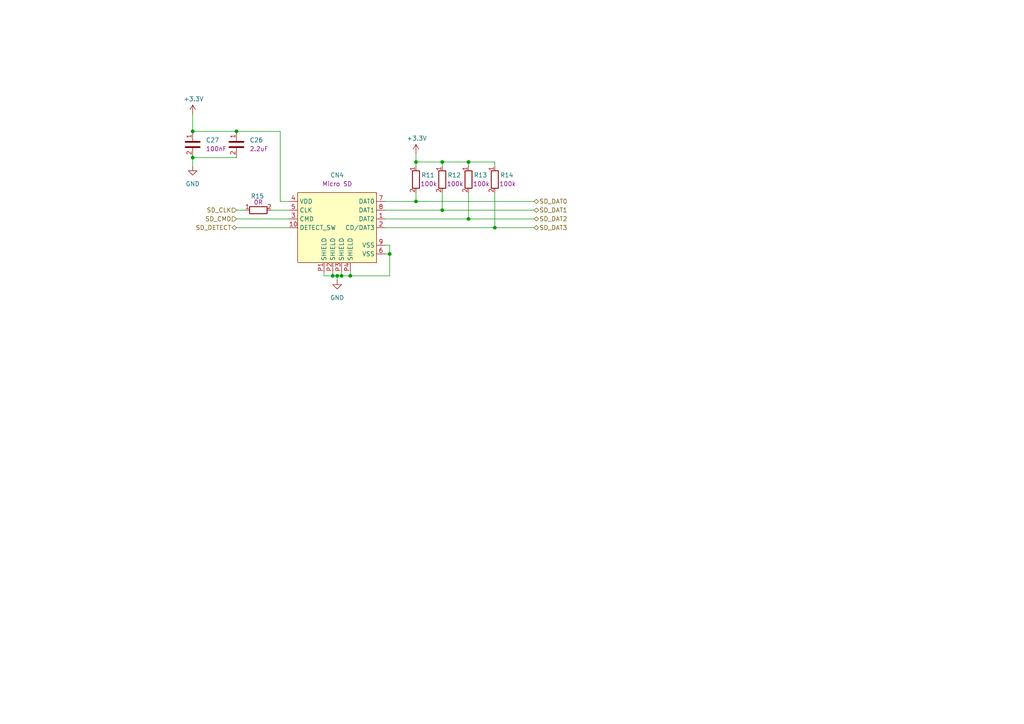
<source format=kicad_sch>
(kicad_sch (version 20231120) (generator "eeschema") (generator_version "8.0")
  (paper "A4")
  (lib_symbols
    (symbol "001-Resistors:R_0R_1%_1/16W_0402"
      (property "Reference" "R" (at 2.032 1.27 0))
      (property "Value Disp" "0R" (at 2.794 -0.762 0))
      (symbol "R_0R_1%_1/16W_0402_0_1"
        (rectangle (start -1.016 2.54) (end 1.016 -2.54) (stroke (width 0.254)))
      )
      (symbol "R_0R_1%_1/16W_0402_1_1"
        (pin passive line (at 0 3.81 270) (length 1.27) (name "~") (number "1"))
        (pin passive line (at 0 -3.81 90) (length 1.27) (name "~") (number "2"))
      )
    )
    (symbol "001-Resistors:R_100k_1%_1/16W_0402"
      (property "Reference" "R" (at 2.032 1.27 0))
      (property "Value Disp" "100k" (at 3.556 -1.016 0))
      (symbol "R_100k_1%_1/16W_0402_0_1"
        (rectangle (start -1.016 2.54) (end 1.016 -2.54) (stroke (width 0.254)))
      )
      (symbol "R_100k_1%_1/16W_0402_1_1"
        (pin passive line (at 0 3.81 270) (length 1.27) (name "~") (number "1"))
        (pin passive line (at 0 -3.81 90) (length 1.27) (name "~") (number "2"))
      )
    )
    (symbol "002-Capacitors:C_100nF_50V_10%_X7R_0402"
      (property "Reference" "C" (at 5.588 1.27 0))
      (property "Value Disp" "100nF" (at 5.842 -0.508 0))
      (symbol "C_100nF_50V_10%_X7R_0402_0_1"
        (polyline (pts (xy -2.032 -0.762) (xy 2.032 -0.762)) (stroke (width 0.508)))
        (polyline (pts (xy -2.032 0.762) (xy 2.032 0.762)) (stroke (width 0.508)))
      )
      (symbol "C_100nF_50V_10%_X7R_0402_1_1"
        (pin passive line (at 0 3.81 270) (length 2.794) (name "~") (number "1"))
        (pin passive line (at 0 -3.81 90) (length 2.794) (name "~") (number "2"))
      )
    )
    (symbol "002-Capacitors:C_2.2uF_25V_25%_X5R_0402"
      (property "Reference" "C" (at 5.588 1.27 0))
      (property "Value Disp" "2.2uF" (at 5.842 -0.508 0))
      (symbol "C_2.2uF_25V_25%_X5R_0402_0_1"
        (polyline (pts (xy -2.032 -0.762) (xy 2.032 -0.762)) (stroke (width 0.508)))
        (polyline (pts (xy -2.032 0.762) (xy 2.032 0.762)) (stroke (width 0.508)))
      )
      (symbol "C_2.2uF_25V_25%_X5R_0402_1_1"
        (pin passive line (at 0 3.81 270) (length 2.794) (name "~") (number "1"))
        (pin passive line (at 0 -3.81 90) (length 2.794) (name "~") (number "2"))
      )
    )
    (symbol "009-Connectors:Micro_SD_5033981892"
      (property "Reference" "CN" (at 0.254 13.462 0))
      (property "Value Disp" "Micro SD" (at 0 11.684 0))
      (symbol "Micro_SD_5033981892_1_1"
        (rectangle (start -11.43 10.16) (end 11.43 -10.16) (fill (type background)))
        (pin passive line (at 13.97 2.54 180) (length 2.54) (name "DAT2") (number "1"))
        (pin passive line (at -13.97 0 0) (length 2.54) (name "DETECT_SW") (number "10"))
        (pin passive line (at 13.97 0 180) (length 2.54) (name "CD/DAT3") (number "2"))
        (pin passive line (at -13.97 2.54 0) (length 2.54) (name "CMD") (number "3"))
        (pin power_in line (at -13.97 7.62 0) (length 2.54) (name "VDD") (number "4"))
        (pin passive line (at -13.97 5.08 0) (length 2.54) (name "CLK") (number "5"))
        (pin power_in line (at 13.97 -7.62 180) (length 2.54) (name "VSS") (number "6"))
        (pin passive line (at 13.97 7.62 180) (length 2.54) (name "DAT0") (number "7"))
        (pin passive line (at 13.97 5.08 180) (length 2.54) (name "DAT1") (number "8"))
        (pin power_in line (at 13.97 -5.08 180) (length 2.54) (name "VSS") (number "9"))
        (pin passive line (at -3.81 -12.7 90) (length 2.54) (name "SHIELD") (number "P1"))
        (pin passive line (at -1.27 -12.7 90) (length 2.54) (name "SHIELD") (number "P2"))
        (pin passive line (at 1.27 -12.7 90) (length 2.54) (name "SHIELD") (number "P3"))
        (pin passive line (at 3.81 -12.7 90) (length 2.54) (name "SHIELD") (number "P4"))
      )
    )
    (symbol "power:+3.3V" (power) (pin_numbers hide) (pin_names (offset 0) hide)
      (property "Value" "+3.3V" (at 0 3.556 0))
      (symbol "+3.3V_0_1"
        (polyline (pts (xy -0.762 1.27) (xy 0 2.54)))
        (polyline (pts (xy 0 0) (xy 0 2.54)))
        (polyline (pts (xy 0 2.54) (xy 0.762 1.27)))
      )
      (symbol "+3.3V_1_1"
        (pin power_in line (at 0 0 90) (length 0) (name "~") (number "1"))
      )
    )
    (symbol "power:GND" (power) (pin_numbers hide) (pin_names (offset 0) hide)
      (property "Value" "GND" (at 0 -3.81 0))
      (symbol "GND_0_1"
        (polyline (pts (xy 0 0) (xy 0 -1.27) (xy 1.27 -1.27) (xy 0 -2.54) (xy -1.27 -1.27) (xy 0 -1.27)))
      )
      (symbol "GND_1_1"
        (pin power_in line (at 0 0 270) (length 0) (name "~") (number "1"))
      )
    )
  )
  (junction (at 68.58 38.1))
  (junction (at 101.6 80.01))
  (junction (at 128.27 60.96))
  (junction (at 113.03 73.66))
  (junction (at 120.65 58.42))
  (junction (at 120.65 46.99))
  (junction (at 135.89 46.99))
  (junction (at 143.51 66.04))
  (junction (at 55.88 38.1))
  (junction (at 128.27 46.99))
  (junction (at 97.79 80.01))
  (junction (at 99.06 80.01))
  (junction (at 96.52 80.01))
  (junction (at 135.89 63.5))
  (junction (at 55.88 45.72))
  (wire (pts (xy 113.03 80.01) (xy 101.6 80.01)))
  (wire (pts (xy 135.89 46.99) (xy 135.89 48.26)))
  (wire (pts (xy 68.58 63.5) (xy 83.82 63.5)))
  (wire (pts (xy 128.27 55.88) (xy 128.27 60.96)))
  (wire (pts (xy 154.94 66.04) (xy 143.51 66.04)))
  (wire (pts (xy 135.89 55.88) (xy 135.89 63.5)))
  (wire (pts (xy 120.65 58.42) (xy 111.76 58.42)))
  (wire (pts (xy 99.06 78.74) (xy 99.06 80.01)))
  (wire (pts (xy 154.94 63.5) (xy 135.89 63.5)))
  (wire (pts (xy 120.65 46.99) (xy 120.65 48.26)))
  (wire (pts (xy 101.6 78.74) (xy 101.6 80.01)))
  (wire (pts (xy 96.52 78.74) (xy 96.52 80.01)))
  (wire (pts (xy 99.06 80.01) (xy 97.79 80.01)))
  (wire (pts (xy 55.88 45.72) (xy 68.58 45.72)))
  (wire (pts (xy 135.89 46.99) (xy 143.51 46.99)))
  (wire (pts (xy 55.88 38.1) (xy 68.58 38.1)))
  (wire (pts (xy 143.51 46.99) (xy 143.51 48.26)))
  (wire (pts (xy 120.65 44.45) (xy 120.65 46.99)))
  (wire (pts (xy 154.94 58.42) (xy 120.65 58.42)))
  (wire (pts (xy 120.65 55.88) (xy 120.65 58.42)))
  (wire (pts (xy 97.79 80.01) (xy 97.79 81.28)))
  (wire (pts (xy 55.88 33.02) (xy 55.88 38.1)))
  (wire (pts (xy 93.98 80.01) (xy 96.52 80.01)))
  (wire (pts (xy 143.51 55.88) (xy 143.51 66.04)))
  (wire (pts (xy 128.27 60.96) (xy 111.76 60.96)))
  (wire (pts (xy 101.6 80.01) (xy 99.06 80.01)))
  (wire (pts (xy 113.03 73.66) (xy 113.03 80.01)))
  (wire (pts (xy 78.74 60.96) (xy 83.82 60.96)))
  (wire (pts (xy 81.28 58.42) (xy 83.82 58.42)))
  (wire (pts (xy 143.51 66.04) (xy 111.76 66.04)))
  (wire (pts (xy 113.03 71.12) (xy 113.03 73.66)))
  (wire (pts (xy 120.65 46.99) (xy 128.27 46.99)))
  (wire (pts (xy 81.28 38.1) (xy 68.58 38.1)))
  (wire (pts (xy 154.94 60.96) (xy 128.27 60.96)))
  (wire (pts (xy 68.58 66.04) (xy 83.82 66.04)))
  (wire (pts (xy 135.89 63.5) (xy 111.76 63.5)))
  (wire (pts (xy 81.28 38.1) (xy 81.28 58.42)))
  (wire (pts (xy 68.58 60.96) (xy 71.12 60.96)))
  (wire (pts (xy 111.76 71.12) (xy 113.03 71.12)))
  (wire (pts (xy 128.27 46.99) (xy 135.89 46.99)))
  (wire (pts (xy 93.98 78.74) (xy 93.98 80.01)))
  (wire (pts (xy 96.52 80.01) (xy 97.79 80.01)))
  (wire (pts (xy 128.27 46.99) (xy 128.27 48.26)))
  (wire (pts (xy 111.76 73.66) (xy 113.03 73.66)))
  (wire (pts (xy 55.88 45.72) (xy 55.88 48.26)))
  (hierarchical_label "SD_DETECT" (shape bidirectional) (at 68.58 66.04 180))
  (hierarchical_label "SD_DAT0" (shape bidirectional) (at 154.94 58.42 0))
  (hierarchical_label "SD_CLK" (shape input) (at 68.58 60.96 180))
  (hierarchical_label "SD_DAT3" (shape bidirectional) (at 154.94 66.04 0))
  (hierarchical_label "SD_DAT1" (shape bidirectional) (at 154.94 60.96 0))
  (hierarchical_label "SD_DAT2" (shape bidirectional) (at 154.94 63.5 0))
  (hierarchical_label "SD_CMD" (shape input) (at 68.58 63.5 180))
  (symbol (lib_id "009-Connectors:Micro_SD_5033981892") (at 97.79 66.04 0) (unit 1)
    (property "Reference" "CN4" (at 97.79 50.8 0))
    (property "Value" "5033981892" (effects (hide yes)))
    (property "Footprint" "009-Connectors:Micro_SD_5033981892" (effects (hide yes)))
    (property "Datasheet" "https://www.molex.com/en-us/products/part-detail/5033981892?display=pdf" (effects (hide yes)))
    (property "Description" "Micro SD card slot" (effects (hide yes)))
    (property "Web link" "https://www.digikey.ch/en/products/detail/molex/5033981892/4555393?s=N4IgTCBcDaIOoFkCMKCcAGAwgFQLQDkAREAXQF8g" (effects (hide yes)))
    (property "Manufacturer" "Molex" (effects (hide yes)))
    (property "Manufacturer P/N" "5033981892" (effects (hide yes)))
    (property "Digikey P/N" "WM11190CT-ND" (effects (hide yes)))
    (property "Price" "2.55" (effects (hide yes)))
    (property "Height" "1.28" (effects (hide yes)))
    (property "Temperature" "-25 to 85" (effects (hide yes)))
    (property "Value Disp" "Micro SD" (at 97.79 53.34 0))
  )
  (symbol (lib_id "power:GND") (at 55.88 48.26 0) (unit 1)
    (property "Reference" "#PWR062" (effects (hide yes)))
    (property "Value" "GND" (at 55.88 53.34 0))
    (property "Description" "Power symbol creates a global label with name \"GND\" , ground" (effects (hide yes)))
  )
  (symbol (lib_id "002-Capacitors:C_100nF_50V_10%_X7R_0402") (at 55.88 41.91 0) (unit 1)
    (property "Reference" "C27" (at 59.69 40.6399 0) (effects (justify left)))
    (property "Value" "C_100nF_50V_10%_X7R_0402_H0.55" (effects (hide yes)))
    (property "Footprint" "002-Capacitors:C_0402_H0.55" (effects (hide yes)))
    (property "Datasheet" "https://search.murata.co.jp/Ceramy/image/img/A01X/G101/ENG/GRM155R71H104KE14-01.pdf" (effects (hide yes)))
    (property "Description" "Ceramic capacitor" (effects (hide yes)))
    (property "Web link" "https://www.digikey.ch/en/products/detail/murata-electronics/GRM155R71H104KE14J/5973352" (effects (hide yes)))
    (property "Manufacturer" "Murata Electronics" (effects (hide yes)))
    (property "Manufacturer P/N" "GRM155R71H104KE14J" (effects (hide yes)))
    (property "Digikey P/N" "490-13342-1-ND" (effects (hide yes)))
    (property "Price" "0.09" (effects (hide yes)))
    (property "Height" "0.55" (effects (hide yes)))
    (property "Temperature" "-55 to 125" (effects (hide yes)))
    (property "Value Disp" "100nF" (at 59.69 43.1799 0) (effects (justify left)))
  )
  (symbol (lib_id "002-Capacitors:C_2.2uF_25V_25%_X5R_0402") (at 68.58 41.91 0) (unit 1)
    (property "Reference" "C26" (at 72.39 40.6399 0) (effects (justify left)))
    (property "Value" "C_2.2uF_25V_25%_X5R_0402_H0.55" (effects (hide yes)))
    (property "Footprint" "002-Capacitors:C_0402_H0.55" (effects (hide yes)))
    (property "Datasheet" "https://search.murata.co.jp/Ceramy/image/img/A01X/G101/ENG/GRM155R61E225ME15-01.pdf" (effects (hide yes)))
    (property "Description" "Ceramic capacitor" (effects (hide yes)))
    (property "Web link" "https://www.digikey.ch/en/products/detail/murata-electronics/GRM155R61E225ME15D/5027542" (effects (hide yes)))
    (property "Manufacturer" "Murata Electronics" (effects (hide yes)))
    (property "Manufacturer P/N" "GRM155R61E225ME15D" (effects (hide yes)))
    (property "Digikey P/N" "490-10457-1-ND" (effects (hide yes)))
    (property "Price" "0.17" (effects (hide yes)))
    (property "Height" "0.55" (effects (hide yes)))
    (property "Temperature" "-55 to 85" (effects (hide yes)))
    (property "Value Disp" "2.2uF" (at 72.39 43.1799 0) (effects (justify left)))
  )
  (symbol (lib_id "power:+3.3V") (at 120.65 44.45 0) (unit 1)
    (property "Reference" "#PWR063" (effects (hide yes)))
    (property "Value" "+3.3V" (at 120.904 40.132 0))
    (property "Description" "Power symbol creates a global label with name \"+3.3V\"" (effects (hide yes)))
  )
  (symbol (lib_id "001-Resistors:R_100k_1%_1/16W_0402") (at 128.27 52.07 0) (unit 1)
    (property "Reference" "R12" (at 129.794 50.8 0) (effects (justify left)))
    (property "Value" "R_100k_1%_1/16W_0402" (effects (hide yes)))
    (property "Footprint" "001-Resistors:R_0402_H0.4" (effects (hide yes)))
    (property "Datasheet" "https://www.yageo.com/upload/media/product/products/datasheet/rchip/PYu-RC_Group_51_RoHS_L_12.pdf" (effects (hide yes)))
    (property "Description" "Resistor" (effects (hide yes)))
    (property "Web link" "https://www.digikey.ch/en/products/detail/yageo/RC0402FR-07100KL/726526" (effects (hide yes)))
    (property "Manufacturer" "YAGEO" (effects (hide yes)))
    (property "Manufacturer P/N" "RC0402FR-07100KL" (effects (hide yes)))
    (property "Digikey P/N" "311-100KLRCT-ND" (effects (hide yes)))
    (property "Price" "0.08" (effects (hide yes)))
    (property "Height" "0.4" (effects (hide yes)))
    (property "Temperature" "-55 to 155" (effects (hide yes)))
    (property "Value Disp" "100k" (at 129.54 53.34 0) (effects (justify left)))
  )
  (symbol (lib_id "power:+3.3V") (at 55.88 33.02 0) (unit 1)
    (property "Reference" "#PWR061" (effects (hide yes)))
    (property "Value" "+3.3V" (at 56.134 28.702 0))
    (property "Description" "Power symbol creates a global label with name \"+3.3V\"" (effects (hide yes)))
  )
  (symbol (lib_id "001-Resistors:R_100k_1%_1/16W_0402") (at 120.65 52.07 0) (unit 1)
    (property "Reference" "R11" (at 122.174 50.8 0) (effects (justify left)))
    (property "Value" "R_100k_1%_1/16W_0402" (effects (hide yes)))
    (property "Footprint" "001-Resistors:R_0402_H0.4" (effects (hide yes)))
    (property "Datasheet" "https://www.yageo.com/upload/media/product/products/datasheet/rchip/PYu-RC_Group_51_RoHS_L_12.pdf" (effects (hide yes)))
    (property "Description" "Resistor" (effects (hide yes)))
    (property "Web link" "https://www.digikey.ch/en/products/detail/yageo/RC0402FR-07100KL/726526" (effects (hide yes)))
    (property "Manufacturer" "YAGEO" (effects (hide yes)))
    (property "Manufacturer P/N" "RC0402FR-07100KL" (effects (hide yes)))
    (property "Digikey P/N" "311-100KLRCT-ND" (effects (hide yes)))
    (property "Price" "0.08" (effects (hide yes)))
    (property "Height" "0.4" (effects (hide yes)))
    (property "Temperature" "-55 to 155" (effects (hide yes)))
    (property "Value Disp" "100k" (at 121.92 53.34 0) (effects (justify left)))
  )
  (symbol (lib_id "001-Resistors:R_0R_1%_1/16W_0402") (at 74.93 60.96 90) (unit 1)
    (property "Reference" "R15" (at 74.676 56.896 90))
    (property "Value" "R_0R_1%_1/16W_0402" (effects (hide yes)))
    (property "Footprint" "001-Resistors:R_0402_H0.4" (effects (hide yes)))
    (property "Datasheet" "https://www.yageo.com/upload/media/product/productsearch/datasheet/rchip/PYu-AC_51_RoHS_L_10.pdf" (effects (hide yes)))
    (property "Description" "Resistor" (effects (hide yes)))
    (property "Web link" "https://www.digikey.ch/en/products/detail/yageo/AC0402FR-070RL/12082398?s=N4IgTCBcDaIIIGEAMAWJYBiAlAtEg7ElgDIgC6AvkA" (effects (hide yes)))
    (property "Manufacturer" "YAGEO" (effects (hide yes)))
    (property "Manufacturer P/N" "AC0402FR-070RL" (effects (hide yes)))
    (property "Digikey P/N" "13-AC0402FR-070RLCT-ND" (effects (hide yes)))
    (property "Price" "0.09" (effects (hide yes)))
    (property "Height" "0.4" (effects (hide yes)))
    (property "Temperature" "-55 to 155" (effects (hide yes)))
    (property "Value Disp" "0R" (at 74.93 58.674 90))
  )
  (symbol (lib_id "power:GND") (at 97.79 81.28 0) (unit 1)
    (property "Reference" "#PWR060" (effects (hide yes)))
    (property "Value" "GND" (at 97.79 86.36 0))
    (property "Description" "Power symbol creates a global label with name \"GND\" , ground" (effects (hide yes)))
  )
  (symbol (lib_id "001-Resistors:R_100k_1%_1/16W_0402") (at 143.51 52.07 0) (unit 1)
    (property "Reference" "R14" (at 145.034 50.8 0) (effects (justify left)))
    (property "Value" "R_100k_1%_1/16W_0402" (effects (hide yes)))
    (property "Footprint" "001-Resistors:R_0402_H0.4" (effects (hide yes)))
    (property "Datasheet" "https://www.yageo.com/upload/media/product/products/datasheet/rchip/PYu-RC_Group_51_RoHS_L_12.pdf" (effects (hide yes)))
    (property "Description" "Resistor" (effects (hide yes)))
    (property "Web link" "https://www.digikey.ch/en/products/detail/yageo/RC0402FR-07100KL/726526" (effects (hide yes)))
    (property "Manufacturer" "YAGEO" (effects (hide yes)))
    (property "Manufacturer P/N" "RC0402FR-07100KL" (effects (hide yes)))
    (property "Digikey P/N" "311-100KLRCT-ND" (effects (hide yes)))
    (property "Price" "0.08" (effects (hide yes)))
    (property "Height" "0.4" (effects (hide yes)))
    (property "Temperature" "-55 to 155" (effects (hide yes)))
    (property "Value Disp" "100k" (at 144.78 53.34 0) (effects (justify left)))
  )
  (symbol (lib_id "001-Resistors:R_100k_1%_1/16W_0402") (at 135.89 52.07 0) (unit 1)
    (property "Reference" "R13" (at 137.414 50.8 0) (effects (justify left)))
    (property "Value" "R_100k_1%_1/16W_0402" (effects (hide yes)))
    (property "Footprint" "001-Resistors:R_0402_H0.4" (effects (hide yes)))
    (property "Datasheet" "https://www.yageo.com/upload/media/product/products/datasheet/rchip/PYu-RC_Group_51_RoHS_L_12.pdf" (effects (hide yes)))
    (property "Description" "Resistor" (effects (hide yes)))
    (property "Web link" "https://www.digikey.ch/en/products/detail/yageo/RC0402FR-07100KL/726526" (effects (hide yes)))
    (property "Manufacturer" "YAGEO" (effects (hide yes)))
    (property "Manufacturer P/N" "RC0402FR-07100KL" (effects (hide yes)))
    (property "Digikey P/N" "311-100KLRCT-ND" (effects (hide yes)))
    (property "Price" "0.08" (effects (hide yes)))
    (property "Height" "0.4" (effects (hide yes)))
    (property "Temperature" "-55 to 155" (effects (hide yes)))
    (property "Value Disp" "100k" (at 137.16 53.34 0) (effects (justify left)))
  )
)
</source>
